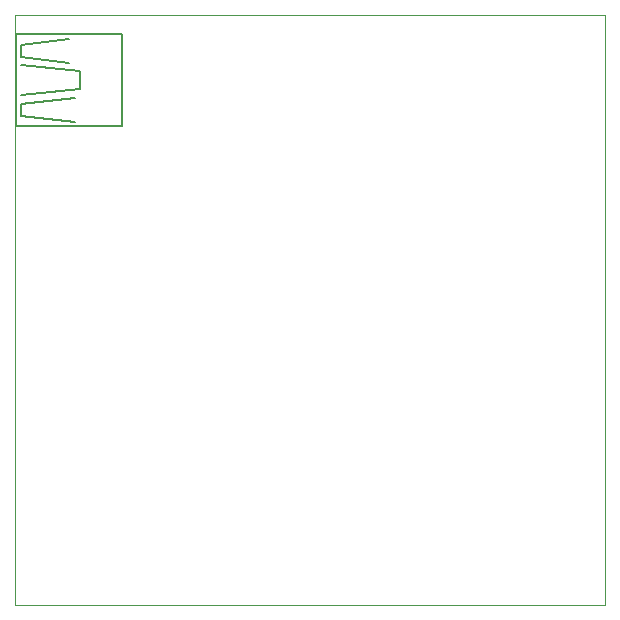
<source format=gbo>
G75*
%MOIN*%
%OFA0B0*%
%FSLAX25Y25*%
%IPPOS*%
%LPD*%
%AMOC8*
5,1,8,0,0,1.08239X$1,22.5*
%
%ADD10C,0.00000*%
%ADD11C,0.00500*%
D10*
X0009867Y0004867D02*
X0009867Y0201717D01*
X0206717Y0201717D01*
X0206717Y0004867D01*
X0009867Y0004867D01*
D11*
X0010103Y0164512D02*
X0045536Y0164512D01*
X0045536Y0195221D01*
X0010103Y0195221D01*
X0010103Y0164512D01*
X0012071Y0168056D02*
X0012071Y0171993D01*
X0029788Y0173961D01*
X0031756Y0176914D02*
X0012071Y0174945D01*
X0012071Y0168056D02*
X0029788Y0166087D01*
X0031756Y0176914D02*
X0031756Y0182819D01*
X0012071Y0184788D01*
X0012071Y0187741D02*
X0027819Y0185772D01*
X0027819Y0193646D02*
X0012071Y0191678D01*
X0012071Y0187741D01*
M02*

</source>
